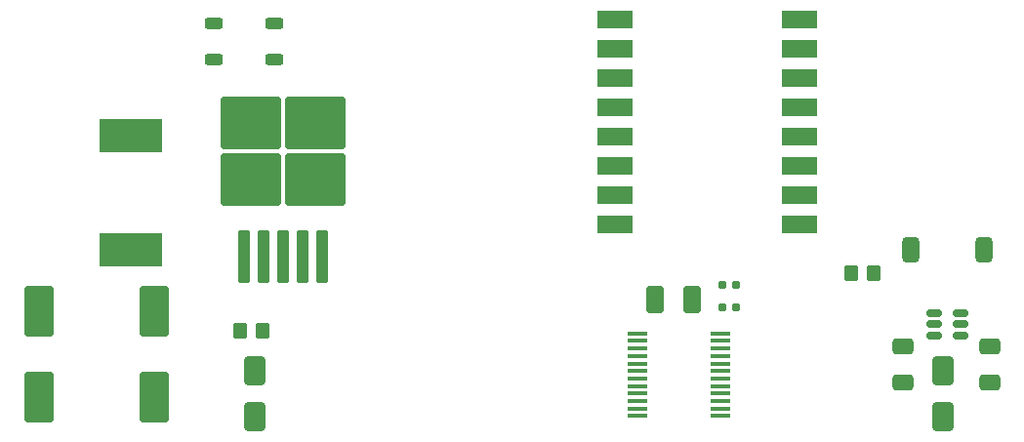
<source format=gbr>
%TF.GenerationSoftware,KiCad,Pcbnew,9.0.0+1*%
%TF.CreationDate,2025-04-07T23:29:57+02:00*%
%TF.ProjectId,WikiSumo_v25,57696b69-5375-46d6-9f5f-7632352e6b69,rev?*%
%TF.SameCoordinates,Original*%
%TF.FileFunction,Paste,Top*%
%TF.FilePolarity,Positive*%
%FSLAX46Y46*%
G04 Gerber Fmt 4.6, Leading zero omitted, Abs format (unit mm)*
G04 Created by KiCad (PCBNEW 9.0.0+1) date 2025-04-07 23:29:57*
%MOMM*%
%LPD*%
G01*
G04 APERTURE LIST*
G04 Aperture macros list*
%AMRoundRect*
0 Rectangle with rounded corners*
0 $1 Rounding radius*
0 $2 $3 $4 $5 $6 $7 $8 $9 X,Y pos of 4 corners*
0 Add a 4 corners polygon primitive as box body*
4,1,4,$2,$3,$4,$5,$6,$7,$8,$9,$2,$3,0*
0 Add four circle primitives for the rounded corners*
1,1,$1+$1,$2,$3*
1,1,$1+$1,$4,$5*
1,1,$1+$1,$6,$7*
1,1,$1+$1,$8,$9*
0 Add four rect primitives between the rounded corners*
20,1,$1+$1,$2,$3,$4,$5,0*
20,1,$1+$1,$4,$5,$6,$7,0*
20,1,$1+$1,$6,$7,$8,$9,0*
20,1,$1+$1,$8,$9,$2,$3,0*%
G04 Aperture macros list end*
%ADD10RoundRect,0.250001X0.499999X0.924999X-0.499999X0.924999X-0.499999X-0.924999X0.499999X-0.924999X0*%
%ADD11RoundRect,0.155000X-0.212500X-0.155000X0.212500X-0.155000X0.212500X0.155000X-0.212500X0.155000X0*%
%ADD12R,1.750000X0.450000*%
%ADD13RoundRect,0.250000X-0.525000X-0.250000X0.525000X-0.250000X0.525000X0.250000X-0.525000X0.250000X0*%
%ADD14RoundRect,0.250000X-1.000000X1.950000X-1.000000X-1.950000X1.000000X-1.950000X1.000000X1.950000X0*%
%ADD15RoundRect,0.150000X0.512500X0.150000X-0.512500X0.150000X-0.512500X-0.150000X0.512500X-0.150000X0*%
%ADD16RoundRect,0.250000X0.350000X0.450000X-0.350000X0.450000X-0.350000X-0.450000X0.350000X-0.450000X0*%
%ADD17RoundRect,0.155000X0.212500X0.155000X-0.212500X0.155000X-0.212500X-0.155000X0.212500X-0.155000X0*%
%ADD18RoundRect,0.250000X-0.650000X1.000000X-0.650000X-1.000000X0.650000X-1.000000X0.650000X1.000000X0*%
%ADD19R,5.400000X2.900000*%
%ADD20RoundRect,0.250000X-0.350000X-0.450000X0.350000X-0.450000X0.350000X0.450000X-0.350000X0.450000X0*%
%ADD21RoundRect,0.250000X0.650000X-0.412500X0.650000X0.412500X-0.650000X0.412500X-0.650000X-0.412500X0*%
%ADD22RoundRect,0.250000X-0.650000X0.412500X-0.650000X-0.412500X0.650000X-0.412500X0.650000X0.412500X0*%
%ADD23RoundRect,0.250000X0.300000X-2.050000X0.300000X2.050000X-0.300000X2.050000X-0.300000X-2.050000X0*%
%ADD24RoundRect,0.250000X2.375000X-2.025000X2.375000X2.025000X-2.375000X2.025000X-2.375000X-2.025000X0*%
%ADD25RoundRect,0.250000X0.650000X-1.000000X0.650000X1.000000X-0.650000X1.000000X-0.650000X-1.000000X0*%
%ADD26RoundRect,0.375000X-0.375000X-0.725000X0.375000X-0.725000X0.375000X0.725000X-0.375000X0.725000X0*%
%ADD27R,3.025000X1.524000*%
G04 APERTURE END LIST*
D10*
%TO.C,C7*%
X167725000Y-97325000D03*
X164475000Y-97325000D03*
%TD*%
D11*
%TO.C,C5*%
X170365000Y-96000000D03*
X171500000Y-96000000D03*
%TD*%
D12*
%TO.C,U8*%
X163000000Y-100250000D03*
X163000000Y-100900000D03*
X163000000Y-101550000D03*
X163000000Y-102200000D03*
X163000000Y-102850000D03*
X163000000Y-103500000D03*
X163000000Y-104150000D03*
X163000000Y-104800000D03*
X163000000Y-105450000D03*
X163000000Y-106100000D03*
X163000000Y-106750000D03*
X163000000Y-107400000D03*
X170200000Y-107400000D03*
X170200000Y-106750000D03*
X170200000Y-106100000D03*
X170200000Y-105450000D03*
X170200000Y-104800000D03*
X170200000Y-104150000D03*
X170200000Y-103500000D03*
X170200000Y-102850000D03*
X170200000Y-102200000D03*
X170200000Y-101550000D03*
X170200000Y-100900000D03*
X170200000Y-100250000D03*
%TD*%
D13*
%TO.C,SW1*%
X126250000Y-73300000D03*
X131500000Y-73300000D03*
X126250000Y-76500000D03*
X131500000Y-76500000D03*
%TD*%
D14*
%TO.C,C4*%
X111050000Y-98360000D03*
X111050000Y-105760000D03*
%TD*%
D15*
%TO.C,U6*%
X191000000Y-100400000D03*
X191000000Y-99450000D03*
X191000000Y-98500000D03*
X188725000Y-98500000D03*
X188725000Y-99450000D03*
X188725000Y-100400000D03*
%TD*%
D16*
%TO.C,R6*%
X130500000Y-100000000D03*
X128500000Y-100000000D03*
%TD*%
D17*
%TO.C,C6*%
X171500000Y-98000000D03*
X170365000Y-98000000D03*
%TD*%
D18*
%TO.C,D2*%
X129750000Y-103500000D03*
X129750000Y-107500000D03*
%TD*%
D19*
%TO.C,L2*%
X119000000Y-83050000D03*
X119000000Y-92950000D03*
%TD*%
D20*
%TO.C,R5*%
X181500000Y-95000000D03*
X183500000Y-95000000D03*
%TD*%
D21*
%TO.C,C2*%
X193500000Y-104500000D03*
X193500000Y-101375000D03*
%TD*%
D22*
%TO.C,C1*%
X186000000Y-101375000D03*
X186000000Y-104500000D03*
%TD*%
D23*
%TO.C,U7*%
X128825000Y-93575000D03*
X130525000Y-93575000D03*
X132225000Y-93575000D03*
D24*
X129450000Y-86850000D03*
X135000000Y-86850000D03*
X129450000Y-82000000D03*
X135000000Y-82000000D03*
D23*
X133925000Y-93575000D03*
X135625000Y-93575000D03*
%TD*%
D25*
%TO.C,D1*%
X189500000Y-107500000D03*
X189500000Y-103500000D03*
%TD*%
D26*
%TO.C,L1*%
X186700000Y-93000000D03*
X193000000Y-93000000D03*
%TD*%
D14*
%TO.C,C3*%
X121100000Y-98360000D03*
X121100000Y-105760000D03*
%TD*%
D27*
%TO.C,U1*%
X177000000Y-90780000D03*
X177000000Y-88240000D03*
X177000000Y-85700000D03*
X177000000Y-83160000D03*
X177000000Y-78080000D03*
X177000000Y-80620000D03*
X161030000Y-73000000D03*
X177000000Y-73000000D03*
X161030000Y-75540000D03*
X161030000Y-78080000D03*
X161030000Y-80620000D03*
X161030000Y-83160000D03*
X161030000Y-85700000D03*
X161030000Y-88240000D03*
X161030000Y-90780000D03*
X177000000Y-75540000D03*
%TD*%
M02*

</source>
